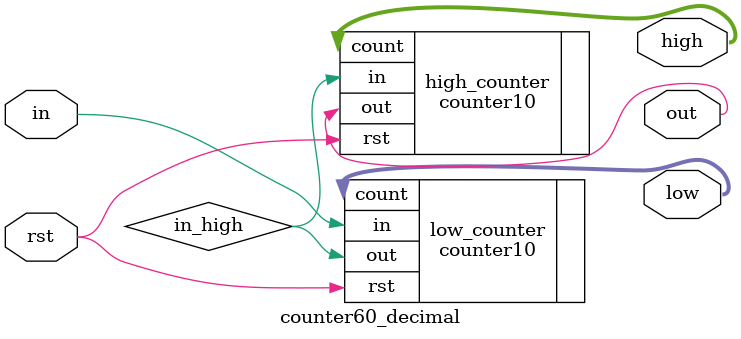
<source format=v>
module counter60_decimal(
    input in,
    input rst,
    output [3:0] low,
    output [3:0] high,
    output out
);
    wire in_high;

    counter10 low_counter(.in(in), .rst(rst), .out(in_high), .count(low));
    counter10 #(.MAX(6)) high_counter(.in(in_high), .rst(rst), .out(out), .count(high));
endmodule

</source>
